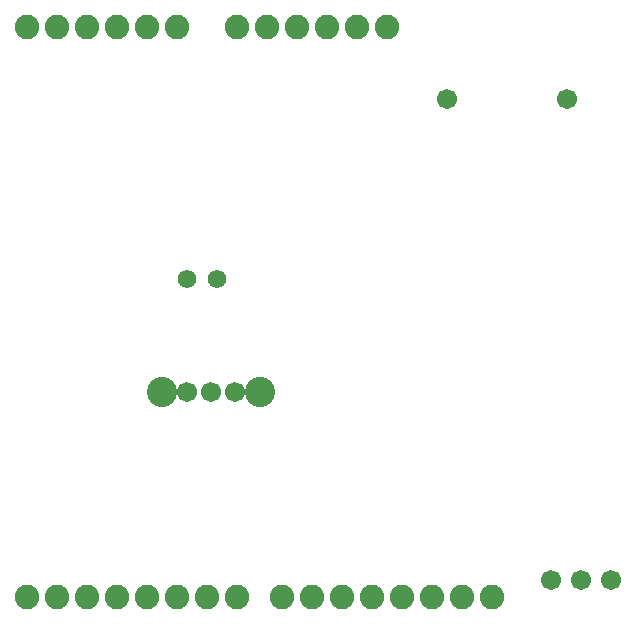
<source format=gbs>
G75*
G70*
%OFA0B0*%
%FSLAX25Y25*%
%IPPOS*%
%LPD*%
%AMOC8*
5,1,8,0,0,1.08239X$1,22.5*
%
%ADD10C,0.08200*%
%ADD11C,0.06700*%
%ADD12C,0.06200*%
%ADD13C,0.10100*%
D10*
X0046770Y0021814D03*
X0056770Y0021814D03*
X0066770Y0021814D03*
X0076770Y0021814D03*
X0086770Y0021814D03*
X0096770Y0021814D03*
X0106770Y0021814D03*
X0116770Y0021814D03*
X0131770Y0021814D03*
X0141770Y0021814D03*
X0151770Y0021814D03*
X0161770Y0021814D03*
X0171770Y0021814D03*
X0181770Y0021814D03*
X0191770Y0021814D03*
X0201770Y0021814D03*
X0166770Y0211814D03*
X0156770Y0211814D03*
X0146770Y0211814D03*
X0136770Y0211814D03*
X0126770Y0211814D03*
X0116770Y0211814D03*
X0096770Y0211814D03*
X0086770Y0211814D03*
X0076770Y0211814D03*
X0066770Y0211814D03*
X0056770Y0211814D03*
X0046770Y0211814D03*
D11*
X0186670Y0187914D03*
X0226670Y0187914D03*
X0115870Y0090014D03*
X0107970Y0090014D03*
X0100070Y0090014D03*
X0221170Y0027414D03*
X0231170Y0027414D03*
X0241170Y0027414D03*
D12*
X0110070Y0127666D03*
X0100070Y0127666D03*
D13*
X0091770Y0090014D03*
X0124170Y0090014D03*
M02*

</source>
